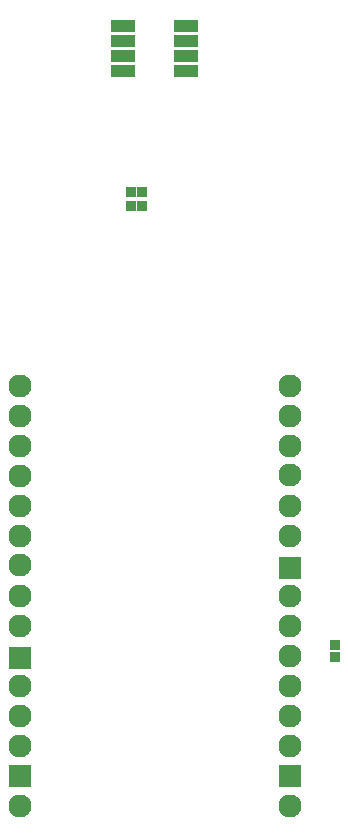
<source format=gts>
G04*
G04 #@! TF.GenerationSoftware,Altium Limited,Altium Designer,19.0.10 (269)*
G04*
G04 Layer_Color=8388736*
%FSLAX25Y25*%
%MOIN*%
G70*
G01*
G75*
%ADD13R,0.03228X0.03228*%
%ADD14R,0.03228X0.03228*%
%ADD15R,0.07887X0.03950*%
%ADD16C,0.07700*%
%ADD17R,0.07700X0.07700*%
D13*
X84520Y230776D02*
D03*
X80583D02*
D03*
X84520Y235528D02*
D03*
X80583D02*
D03*
D14*
X148823Y80441D02*
D03*
Y84378D02*
D03*
D15*
X98976Y290965D02*
D03*
Y285965D02*
D03*
Y280965D02*
D03*
Y275965D02*
D03*
X78189D02*
D03*
Y280965D02*
D03*
Y285965D02*
D03*
Y290965D02*
D03*
D16*
X43683Y30669D02*
D03*
Y70669D02*
D03*
Y60669D02*
D03*
Y50669D02*
D03*
Y90669D02*
D03*
Y100669D02*
D03*
Y111169D02*
D03*
Y170669D02*
D03*
Y160669D02*
D03*
Y150669D02*
D03*
Y140669D02*
D03*
Y130669D02*
D03*
Y120669D02*
D03*
X133683Y30669D02*
D03*
Y70669D02*
D03*
Y60669D02*
D03*
Y50669D02*
D03*
Y80669D02*
D03*
Y90669D02*
D03*
Y100669D02*
D03*
Y170669D02*
D03*
Y160669D02*
D03*
Y150669D02*
D03*
Y141169D02*
D03*
Y130669D02*
D03*
Y120669D02*
D03*
D17*
X43683Y40669D02*
D03*
Y80169D02*
D03*
X133683Y40669D02*
D03*
Y110169D02*
D03*
M02*

</source>
